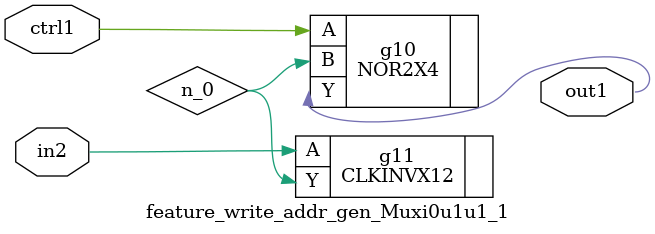
<source format=v>
`timescale 1ps / 1ps


module feature_write_addr_gen_Muxi0u1u1_1(in2, ctrl1, out1);
  input in2, ctrl1;
  output out1;
  wire in2, ctrl1;
  wire out1;
  wire n_0;
  NOR2X4 g10(.A (ctrl1), .B (n_0), .Y (out1));
  CLKINVX12 g11(.A (in2), .Y (n_0));
endmodule



</source>
